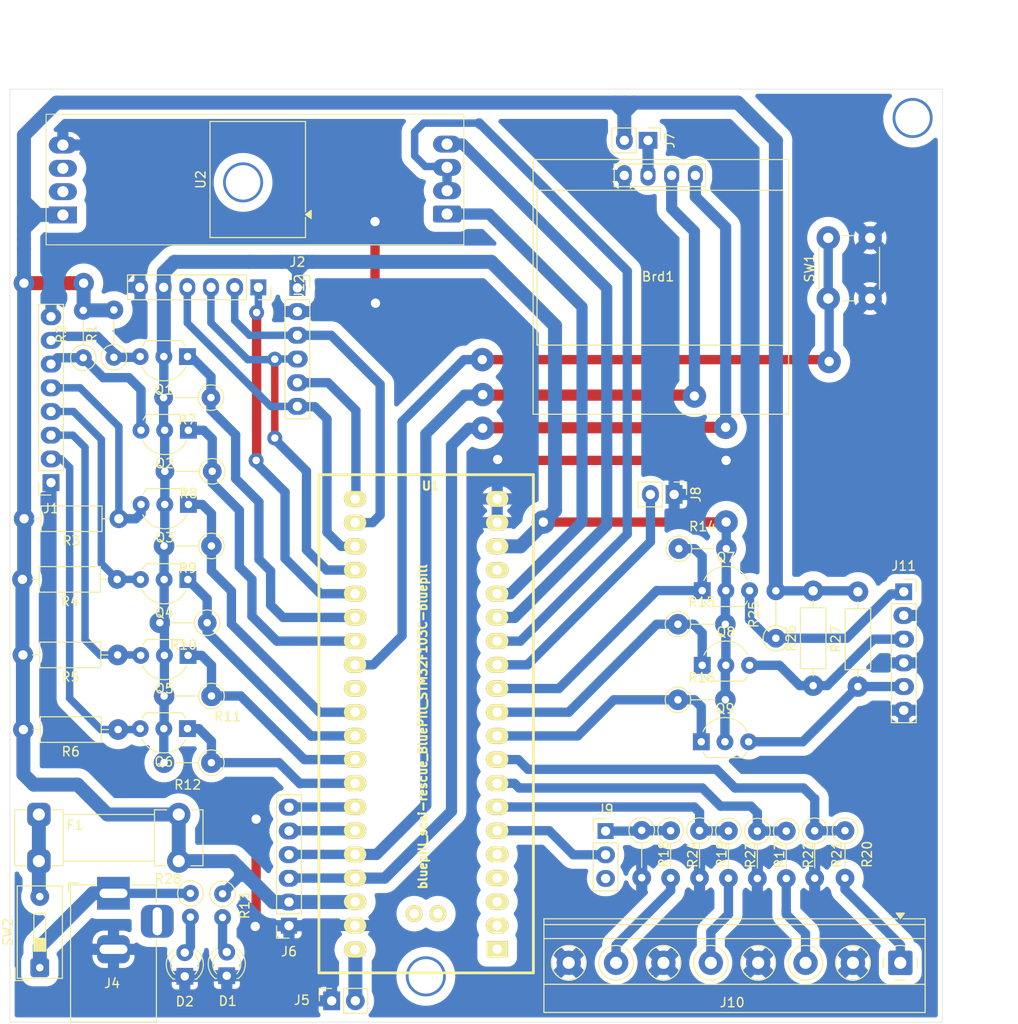
<source format=kicad_pcb>
(kicad_pcb (version 20241229) (generator "pcbnew") (generator_version "9.0")
  (layers (0 "F.Cu" signal) (2 "B.Cu" signal) (13 "F.Paste" user) (15 "B.Paste" user) (5 "F.SilkS" user "F.Silkscreen") (7 "B.SilkS" user "B.Silkscreen") (1 "F.Mask" user) (3 "B.Mask" user) (25 "Edge.Cuts" user))
  (net 0 "")
  (net 1 "GND1")
  (net 2 "+5V")
  (net 3 "SCL")
  (net 4 "SDD")
  (net 5 "+3.3V")
  (net 6 "SDA")
  (net 7 "CSB")
  (net 8 "AnalogIN4")
  (net 9 "RX1")
  (net 10 "TX1")
  (net 11 "SCL1")
  (net 12 "SDA1")
  (net 14 "DigitOUT1")
  (net 15 "PWMOUT1")
  (net 16 "PWMOUT2")
  (net 17 "DigitOUT2")
  (net 18 "DigitOUT3")
  (net 19 "DigitOUT4")
  (net 20 "DigitIN1")
  (net 21 "DigitIN2")
  (net 22 "DigitIN3")
  (net 23 "AnalogIN1")
  (net 24 "AnalogIN2")
  (net 25 "AnalogIN3")
  (net 26 "GPIOENABLE")
  (net 32 "CS2")
  (net 35 "RX3")
  (net 36 "TX3")
  (net 39 "PB0")
  (net 42 "Net-(D1-A)")
  (net 43 "Net-(J1-Pin_5)")
  (net 44 "Net-(J1-Pin_2)")
  (net 45 "Net-(J1-Pin_4)")
  (net 46 "Net-(J1-Pin_6)")
  (net 47 "Net-(J1-Pin_7)")
  (net 48 "Net-(J1-Pin_3)")
  (net 49 "Net-(J9-Pin_1)")
  (net 50 "Net-(J10-Pin_5)")
  (net 51 "Net-(J10-Pin_3)")
  (net 52 "Net-(J10-Pin_7)")
  (net 53 "Net-(J10-Pin_1)")
  (net 54 "Net-(J11-Pin_5)")
  (net 55 "Net-(J11-Pin_1)")
  (net 56 "BOTONOLED")
  (net 57 "Net-(Brd1-VCC)")
  (net 58 "Net-(J11-Pin_3)")
  (net 59 "Net-(J4-Pad1)")
  (net 60 "VCC3V3")
  (net 61 "Net-(F1-Pad1)")
  (net 62 "Net-(D2-A)")
  (footprint "Resistor_THT:R_Axial_DIN0207_L6.3mm_D2.5mm_P10.16mm_Horizontal" (layer "F.Cu") (at 182.835 115.89 90)
    (property "Reference" "R26")
    (property "Value" "10K")
  )
  (footprint "footprints:BluePill_STM32F103C" (layer "F.Cu") (at 148.95 144.0892 180)
    (property "Reference" "U1")
    (property "Value" "bluepill_scsi-rescue_BluePill_STM32F103C-bluepill")
  )
  (footprint "Resistor_THT:R_Axial_DIN0207_L6.3mm_D2.5mm_P2.54mm_Vertical" (layer "F.Cu") (at 119.5 138.2 -90)
    (property "Reference" "R13")
    (property "Value" "470")
  )
  (footprint "Resistor_THT:R_Axial_DIN0207_L6.3mm_D2.5mm_P5.08mm_Vertical" (layer "F.Cu") (at 117.85 109.15 180)
    (property "Reference" "R10")
    (property "Value" "10K")
  )
  (footprint "Resistor_THT:R_Axial_DIN0207_L6.3mm_D2.5mm_P5.08mm_Vertical" (layer "F.Cu") (at 104.563644 80.747689 90)
    (property "Reference" "R2")
    (property "Value" "10K")
  )
  (footprint "Button_Switch_THT:SW_PUSH_6mm_H5mm" (layer "F.Cu") (at 184.45 74.4 90)
    (property "Reference" "SW1")
    (property "Value" "SW_Push")
  )
  (footprint "footprints:128x64OLED" (layer "F.Cu") (at 166.2 71.8)
    (property "Reference" "Brd1")
    (property "Value" "SSD1306")
  )
  (footprint "Resistor_THT:R_Axial_DIN0207_L6.3mm_D2.5mm_P5.08mm_Vertical" (layer "F.Cu") (at 183 131.45 -90)
    (property "Reference" "R21")
    (property "Value" "10K")
  )
  (footprint "Resistor_THT:R_Axial_DIN0207_L6.3mm_D2.5mm_P5.08mm_Vertical" (layer "F.Cu") (at 168.335 109.31)
    (property "Reference" "R15")
    (property "Value" "10K")
  )
  (footprint "Resistor_THT:R_Axial_DIN0207_L6.3mm_D2.5mm_P10.16mm_Horizontal" (layer "F.Cu") (at 108.25 112.6 180)
    (property "Reference" "R5")
    (property "Value" "10K")
  )
  (footprint "LED_THT:LED_D3.0mm" (layer "F.Cu") (at 115.45 147.05 90)
    (property "Reference" "D2")
    (property "Value" "LED")
  )
  (footprint "Resistor_THT:R_Axial_DIN0207_L6.3mm_D2.5mm_P5.08mm_Vertical" (layer "F.Cu") (at 170.65 131.420509 -90)
    (property "Reference" "R19")
    (property "Value" "10K")
  )
  (footprint "Package_TO_SOT_THT:TO-92L_Inline_Wide" (layer "F.Cu") (at 170.935 113.71)
    (property "Reference" "Q8")
    (property "Value" "2N7000")
  )
  (footprint "Resistor_THT:R_Axial_DIN0207_L6.3mm_D2.5mm_P5.08mm_Vertical" (layer "F.Cu") (at 118.3 124.15 180)
    (property "Reference" "R12")
    (property "Value" "10K")
  )
  (footprint "Package_TO_SOT_THT:TO-92L_Inline_Wide" (layer "F.Cu") (at 115.740915 80.618652 180)
    (property "Reference" "Q1")
    (property "Value" "2N7000")
  )
  (footprint "Resistor_THT:R_Axial_DIN0207_L6.3mm_D2.5mm_P5.08mm_Vertical" (layer "F.Cu") (at 168.435 101.21)
    (property "Reference" "R14")
    (property "Value" "10K")
  )
  (footprint "Package_TO_SOT_THT:TO-92L_Inline_Wide" (layer "F.Cu") (at 170.835 121.91)
    (property "Reference" "Q9")
    (property "Value" "2N7000")
  )
  (footprint "Resistor_THT:R_Axial_DIN0207_L6.3mm_D2.5mm_P5.08mm_Vertical" (layer "F.Cu") (at 164.45 131.4 -90)
    (property "Reference" "R18")
    (property "Value" "10K")
  )
  (footprint "Button_Switch_THT:SW_DIP_SPSTx01_Slide_9.78x4.72mm_W7.62mm_P2.54mm" (layer "F.Cu") (at 99.9 146.12 90)
    (property "Reference" "SW2")
    (property "Value" "Start")
  )
  (footprint "Resistor_THT:R_Axial_DIN0207_L6.3mm_D2.5mm_P5.08mm_Vertical" (layer "F.Cu") (at 176.85 131.480509 -90)
    (property "Reference" "R17")
    (property "Value" "10K")
  )
  (footprint "Resistor_THT:R_Axial_DIN0207_L6.3mm_D2.5mm_P10.16mm_Horizontal" (layer "F.Cu") (at 108.2 104.5 180)
    (property "Reference" "R4")
    (property "Value" "10K")
  )
  (footprint "Resistor_THT:R_Axial_DIN0207_L6.3mm_D2.5mm_P5.08mm_Vertical" (layer "F.Cu") (at 178.835 110.81 90)
    (property "Reference" "R25")
    (property "Value" "10K")
  )
  (footprint "Connector_BarrelJack:BarrelJack_Horizontal" (layer "F.Cu") (at 107.8 138.15 90)
    (property "Reference" "J4")
    (property "Value" "Alimentacion 5V")
  )
  (footprint "Connector_PinSocket_2.54mm:PinSocket_1x06_P2.54mm_Vertical" (layer "F.Cu") (at 123.34 73.2 -90)
    (property "Reference" "J12")
    (property "Value" "Module SD")
  )
  (footprint "Package_TO_SOT_THT:TO-92L_Inline_Wide" (layer "F.Cu") (at 115.840915 96.468652 180)
    (property "Reference" "Q3")
    (property "Value" "2N7000")
  )
  (footprint "Resistor_THT:R_Axial_DIN0207_L6.3mm_D2.5mm_P5.08mm_Vertical" (layer "F.Cu") (at 168.335 117.41)
    (property "Reference" "R16")
    (property "Value" "10K")
  )
  (footprint "Package_TO_SOT_THT:TO-92L_Inline_Wide" (layer "F.Cu") (at 115.74 120.5 180)
    (property "Reference" "Q6")
    (property "Value" "2N7000")
  )
  (footprint "Connector_PinSocket_2.54mm:PinSocket_1x02_P2.54mm_Vertical" (layer "F.Cu") (at 131.2 149.675 90)
    (property "Reference" "J5")
    (property "Value" "Alimentacion 3.3V")
  )
  (footprint "Connector_PinSocket_2.54mm:PinSocket_1x06_P2.54mm_Vertical" (layer "F.Cu") (at 192.55 105.83)
    (property "Reference" "J11")
    (property "Value" "DigitalsIn")
  )
  (footprint "Resistor_THT:R_Axial_DIN0207_L6.3mm_D2.5mm_P5.08mm_Vertical" (layer "F.Cu") (at 173.75 131.460509 -90)
    (property "Reference" "R23")
    (property "Value" "5.1K")
  )
  (footprint "TerminalBlock_Phoenix:TerminalBlock_Phoenix_PTSM-0,5-4-2.5-H-THR_1x04_P2.50mm_Horizontal" (layer "F.Cu") (at 123.075 61.645 90)
    (property "Reference" "U2")
    (property "Value" "MAX485E")
  )
  (footprint "TerminalBlock_Phoenix:TerminalBlock_Phoenix_MKDS-1,5-8-5.08_1x08_P5.08mm_Horizontal" (layer "F.Cu") (at 192.18 145.6 180)
    (property "Reference" "J10")
    (property "Value" "AnalogsIn")
  )
  (footprint "Resistor_THT:R_Axial_DIN0207_L6.3mm_D2.5mm_P10.16mm_Horizontal" (layer "F.Cu") (at 108.3 120.6 180)
    (property "Reference" "R6")
    (property "Value" "10K")
  )
  (footprint "Resistor_THT:R_Axial_DIN0207_L6.3mm_D2.5mm_P10.16mm_Horizontal" (layer "F.Cu") (at 108.38 98 180)
    (property "Reference" "R3")
    (property "Value" "10K")
  )
  (footprint "Resistor_THT:R_Axial_DIN0207_L6.3mm_D2.5mm_P5.08mm_Vertical" (layer "F.Cu") (at 186.25 131.435 -90)
    (property "Reference" "R20")
    (property "Value" "5.1K")
  )
  (footprint "Resistor_THT:R_Axial_DIN0207_L6.3mm_D2.5mm_P5.08mm_Vertical" (layer "F.Cu") (at 118.305915 100.918652 180)
    (property "Reference" "R9")
    (property "Value" "10K")
  )
  (footprint "Resistor_THT:R_Axial_DIN0207_L6.3mm_D2.5mm_P5.08mm_Vertical" (layer "F.Cu") (at 118.315 117 180)
    (property "Reference" "R11")
    (property "Value" "10K")
  )
  (footprint "Package_TO_SOT_THT:TO-92L_Inline_Wide" (layer "F.Cu") (at 115.8 112.65 180)
    (property "Reference" "Q5")
    (property "Value" "2N7000")
  )
  (footprint "Package_TO_SOT_THT:TO-92L_Inline_Wide" (layer "F.Cu") (at 115.775915 104.518652 180)
    (property "Reference" "Q4")
    (property "Value" "2N7000")
  )
  (footprint "Connector_PinSocket_2.54mm:PinSocket_1x08_P2.54mm_Vertical" (layer "F.Cu") (at 101.1 94.13 180)
    (property "Reference" "J1")
    (property "Value" "Outputs")
  )
  (footprint "Resistor_THT:R_Axial_DIN0207_L6.3mm_D2.5mm_P10.16mm_Horizontal" (layer "F.Cu") (at 187.635 115.99 90)
    (property "Reference" "R27")
    (property "Value" "10K")
  )
  (footprint "Fuse:Fuseholder_Clip-5x20mm_Schurter_OG_Lateral_P15.00x5.00mm_D1.3mm_Horizontal" (layer "F.Cu") (at 99.8 129.7)
    (property "Reference" "F1")
    (property "Value" "Fuse_Small")
  )
  (footprint "Package_TO_SOT_THT:TO-92L_Inline_Wide" (layer "F.Cu") (at 170.935 105.71)
    (property "Reference" "Q7")
    (property "Value" "2N7000")
  )
  (footprint "Connector_PinSocket_2.54mm:PinSocket_1x06_P2.54mm_Vertical" (layer "F.Cu") (at 127.525 73.26)
    (property "Reference" "J2")
    (property "Value" "Sensor BMP280")
  )
  (footprint "Resistor_THT:R_Axial_DIN0207_L6.3mm_D2.5mm_P5.08mm_Vertical" (layer "F.Cu") (at 118.390915 92.918652 180)
    (property "Reference" "R8")
    (property "Value" "10K")
  )
  (footprint "Resistor_THT:R_Axial_DIN0207_L6.3mm_D2.5mm_P5.08mm_Vertical" (layer "F.Cu") (at 167.55 131.44 -90)
    (property "Reference" "R24")
    (property "Value" "5.1K")
  )
  (footprint "Connector_PinSocket_2.54mm:PinSocket_1x06_P2.54mm_Vertical" (layer "F.Cu") (at 126.625 141.625 180)
    (property "Reference" "J6")
    (property "Value" "UART I2C")
  )
  (footprint "Resistor_THT:R_Axial_DIN0207_L6.3mm_D2.5mm_P5.08mm_Vertical" (layer "F.Cu") (at 118.255915 85.018652 180)
    (property "Reference" "R7")
    (property "Value" "10K")
  )
  (footprint "Resistor_THT:R_Axial_DIN0207_L6.3mm_D2.5mm_P5.08mm_Vertical" (layer "F.Cu") (at 107.846999 80.701598 90)
    (property "Reference" "R1")
    (property "Value" "10K")
  )
  (footprint "Package_TO_SOT_THT:TO-92L_Inline_Wide" (layer "F.Cu") (at 115.830915 88.518652 180)
    (property "Reference" "Q2")
    (property "Value" "2N7000")
  )
  (footprint "Connector_PinHeader_2.54mm:PinHeader_1x03_P2.54mm_Vertical" (layer "F.Cu") (at 160.575 131.48)
    (property "Reference" "J9")
    (property "Value" "Conn_01x03")
  )
  (footprint "Resistor_THT:R_Axial_DIN0207_L6.3mm_D2.5mm_P5.08mm_Vertical" (layer "F.Cu") (at 179.95 131.480509 -90)
    (property "Reference" "R22")
    (property "Value" "5.1K")
  )
  (footprint "LED_THT:LED_D3.0mm" (layer "F.Cu") (at 119.95 146.99 90)
    (property "Reference" "D1")
    (property "Value" "LED")
  )
  (footprint "Connector_PinHeader_2.54mm:PinHeader_1x02_P2.54mm_Vertical" (layer "F.Cu") (at 167.925 95.4 -90)
    (property "Reference" "J8")
    (property "Value" "Jumper UART")
  )
  (footprint "Connector_PinHeader_2.54mm:PinHeader_1x02_P2.54mm_Vertical" (layer "F.Cu") (at 165.125 57.45 -90)
    (property "Reference" "J7")
    (property "Value" "Jumper OLED")
  )
  (footprint "Resistor_THT:R_Axial_DIN0207_L6.3mm_D2.5mm_P2.54mm_Vertical" (layer "F.Cu") (at 116.05 138.155 -90)
    (property "Reference" "R28")
    (property "Value" "470")
  )
  (gr_circle (center 121.7 61.95) (end 123.7 61.95) (stroke (width 0.3)) (fill no) (layer "B.Cu"))
  (gr_circle (center 141.3 147.05) (end 143.3 147.05) (stroke (width 0.3)) (fill no) (layer "B.Cu"))
  (gr_circle (center 193.5 55.05) (end 195.5 55.05) (stroke (width 0.3)) (fill no) (layer "B.Cu"))
  (gr_rect (start 96.7 51.95) (end 196.7 151.95) (stroke (width 0.05)) (fill no) (layer "Edge.Cuts"))
  (segment (start 173.5 91.75) (end 149.1 91.75) (width 1) (layer "F.Cu") (net 1))
  (segment (start 123.1 141.6) (end 123 141.7) (width 1) (layer "F.Cu") (net 1))
  (segment (start 135.85 66.15) (end 135.85 74.85) (width 1) (layer "F.Cu") (net 1))
  (segment (start 135.85 74.85) (end 135.9 74.9) (width 1) (layer "F.Cu") (net 1))
  (segment (start 149.1 91.75) (end 149 91.65) (width 1) (layer "F.Cu") (net 1))
  (segment (start 123.1 130.2) (end 123.1 141.6) (width 1) (layer "F.Cu") (net 1))
  (via (at 173.5 91.75) (size 2.5) (drill 1) (layers "F.Cu" "B.Cu") (net 1))
  (via (at 149 91.65) (size 2.5) (drill 1) (layers "F.Cu" "B.Cu") (net 1))
  (via (at 135.9 74.9) (size 2.5) (drill 1) (layers "F.Cu" "B.Cu") (net 1))
  (via (at 123.1 130.2) (size 3) (drill 1) (layers "F.Cu" "B.Cu") (net 1))
  (via (at 135.85 66.15) (size 2.5) (drill 1) (layers "F.Cu" "B.Cu") (net 1))
  (via (at 123 141.7) (size 3) (drill 1) (layers "F.Cu" "B.Cu") (net 1))
  (segment (start 148.95 95.88) (end 148.95 91.7) (width 1) (layer "B.Cu") (net 1))
  (segment (start 148.95 91.7) (end 149 91.65) (width 1) (layer "B.Cu") (net 1))
  (segment (start 98.2 72.75) (end 104.6 72.75) (width 1.5) (layer "F.Cu") (net 2))
  (via (at 104.6 72.75) (size 2.2) (drill 1) (layers "F.Cu" "B.Cu") (net 2))
  (via (at 98.2 72.75) (size 2.2) (drill 1) (layers "F.Cu" "B.Cu") (net 2))
  (segment (start 124.935 139.085) (end 122.275 136.425) (width 1.5) (layer "B.Cu") (net 2))
  (segment (start 178.85 57.5) (end 178.835 57.515) (width 1.5) (layer "B.Cu") (net 2))
  (segment (start 98.2 68.05) (end 98.2 67.15) (width 1.5) (layer "B.Cu") (net 2))
  (segment (start 162.585 54.465) (end 163.65 53.4) (width 1.5) (layer "B.Cu") (net 2))
  (segment (start 104.563644 75.667689) (end 107.800908 75.667689) (width 1.5) (layer "B.Cu") (net 2))
  (segment (start 178.835 57.515) (end 178.835 105.73) (width 1.5) (layer "B.Cu") (net 2))
  (segment (start 101.7 53.4) (end 98.2 56.9) (width 1.5) (layer "B.Cu") (net 2))
  (segment (start 98.2 65.75) (end 98.2 67.15) (width 1.5) (layer "B.Cu") (net 2))
  (segment (start 98.2 64) (end 98.255 64) (width 1.5) (layer "B.Cu") (net 2))
  (segment (start 126.625 139.085) (end 133.685 139.085) (width 1.5) (layer "B.Cu") (net 2))
  (segment (start 182.835 105.73) (end 187.535 105.73) (width 1) (layer "B.Cu") (net 2))
  (segment (start 120.9 136.8) (end 121.2 136.5) (width 1) (layer "B.Cu") (net 2))
  (segment (start 120.55 134.7) (end 117.5 134.7) (width 1.5) (layer "B.Cu") (net 2))
  (segment (start 162.65 53.4) (end 162.585 53.465) (width 1.5) (layer "B.Cu") (net 2))
  (segment (start 104.6 72.75) (end 104.6 75.631333) (width 1.5) (layer "B.Cu") (net 2))
  (segment (start 99.25 126.5) (end 103.95 126.5) (width 1.5) (layer "B.Cu") (net 2))
  (segment (start 98.2 65.75) (end 98.505 65.445) (width 1.5) (layer "B.Cu") (net 2))
  (segment (start 187.535 105.73) (end 187.635 105.83) (width 1) (layer "B.Cu") (net 2))
  (segment (start 162.585 54.55) (end 162.585 54.435) (width 1.5) (layer "B.Cu") (net 2))
  (segment (start 119.5 138.2) (end 120.9 136.8) (width 1) (layer "B.Cu") (net 2))
  (segment (start 98.04 112.55) (end 98.09 112.6) (width 1.5) (layer "B.Cu") (net 2))
  (segment (start 122.275 136.425) (end 121.2 135.35) (width 1.5) (layer "B.Cu") (net 2))
  (segment (start 98.2 66.945) (end 99.7 65.445) (width 1.5) (layer "B.Cu") (net 2))
  (segment (start 98.2 69.05) (end 98.2 68.05) (width 1.5) (layer "B.Cu") (net 2))
  (segment (start 162.585 53.465) (end 162.585 54.55) (width 1.5) (layer "B.Cu") (net 2))
  (segment (start 103.95 126.5) (end 107.15 129.7) (width 1.5) (layer "B.Cu") (net 2))
  (segment (start 98.2 67.15) (end 98.2 66.945) (width 1.5) (layer "B.Cu") (net 2))
  (segment (start 98.14 120.6) (end 98.14 125.39) (width 1.5) (layer "B.Cu") (net 2))
  (segment (start 98.2 56.9) (end 98.2 64) (width 1.5) (layer "B.Cu") (net 2))
  (segment (start 133.71 139.06) (end 133.67 139.1) (width 1.2) (layer "B.Cu") (net 2))
  (segment (start 98.14 125.39) (end 99.25 126.5) (width 1.5) (layer "B.Cu") (net 2))
  (segment (start 117.4 134.8) (end 117.5 134.7) (width 1) (layer "B.Cu") (net 2))
  (segment (start 116.651 134.901) (end 116.651 134.7) (width 1) (layer "B.Cu") (net 2))
  (segment (start 98.22 72.77) (end 98.2 72.75) (width 1.5) (layer "B.Cu") (net 2))
  (segment (start 162.585 54.55) (end 162.585 54.465) (width 1.5) (layer "B.Cu") (net 2))
  (segment (start 107.800908 75.667689) (end 107.846999 75.621598) (width 1.5) (layer "B.Cu") (net 2))
  (segment (start 107.15 129.7) (end 114.8 129.7) (width 1.5) (layer "B.Cu") (net 2))
  (segment (start 98.25 68.1) (end 98.2 68.05) (width 1) (layer "B.Cu") (net 2))
  (segment (start 162.585 54.55) (end 162.585 57.45) (width 1.5) (layer "B.Cu") (net 2))
  (segment (start 98.04 104.5) (end 98.04 112.55) (width 1.5) (layer "B.Cu") (net 2))
  (segment (start 121.2 136.5) (end 121.2 135.35) (width 1) (layer "B.Cu") (net 2))
  (segment (start 121.275 136.425) (end 122.275 136.425) (width 1) (layer "B.Cu") (net 2))
  (segment (start 98.255 64) (end 99.7 65.445) (width 1.5) (layer "B.Cu") (net 2))
  (segment (start 104.6 75.631333) (end 104.563644 75.667689) (width 1.5) (layer "B.Cu") (net 2))
  (segment (start 162.585 54.435) (end 161.55 53.4) (width 1.5) (layer "B.Cu") (net 2))
  (segment (start 98.22 104.32) (end 98.04 104.5) (width 1.5) (layer "B.Cu") (net 2))
  (segment (start 98.22 98) (end 98.22 104.32) (width 1.5) (layer "B.Cu") (net 2))
  (segment (start 98.09 112.6) (end 98.09 120.55) (width 1.5) (layer "B.Cu") (net 2))
  (segment (start 174.75 53.4) (end 178.85 57.5) (width 1.5) (layer "B.Cu") (net 2))
  (segment (start 162.65 53.4) (end 163.65 53.4) (width 1.5) (layer "B.Cu") (net 2))
  (segment (start 182.835 105.73) (end 178.835 105.73) (width 1) (layer "B.Cu") (net 2))
  (segment (start 124.935 139.085) (end 126.625 139.085) (width 1.5) (layer "B.Cu") (net 2))
  (segment (start 98.505 65.445) (end 99.7 65.445) (width 1.5) (layer "B.Cu") (net 2))
  (segment (start 101.7 53.4) (end 161.55 53.4) (width 1.5) (layer "B.Cu") (net 2))
  (segment (start 163.65 53.4) (end 174.75 53.4) (width 1.5) (layer "B.Cu") (net 2))
  (segment (start 120.9 136.8) (end 121.275 136.425) (width 1) (layer "B.Cu") (net 2))
  (segment (start 161.55 53.4) (end 162.65 53.4) (width 1.5) (layer "B.Cu") (net 2))
  (segment (start 98.2 72.75) (end 98.2 69.05) (width 1.5) (layer "B.Cu") (net 2))
  (segment (start 99.7 65.445) (end 102.575 65.445) (width 1.5) (layer "B.Cu") (net 2))
  (segment (start 98.22 98) (end 98.22 72.77) (width 1.5) (layer "B.Cu") (net 2))
  (segment (start 98.09 120.55) (end 98.14 120.6) (width 1.5) (layer "B.Cu") (net 2))
  (segment (start 117.5 134.7) (end 114.8 134.7) (width 1.5) (layer "B.Cu") (net 2))
  (segment (start 121.2 135.35) (end 120.55 134.7) (width 1.5) (layer "B.Cu") (net 2))
  (segment (start 133.685 139.085) (end 133.71 139.06) (width 1.5) (layer "B.Cu") (net 2))
  (segment (start 114.8 129.7) (end 114.8 134.7) (width 1.5) (layer "B.Cu") (net 2))
  (segment (start 98.2 64) (end 98.2 65.75) (width 1.5) (layer "B.Cu") (net 2))
  (segment (start 122.39 78.34) (end 127.525 78.34) (width 0.8) (layer "B.Cu") (net 3))
  (segment (start 136.4 97.6) (end 136.4 83.6) (width 1) (layer "B.Cu") (net 3))
  (segment (start 133.71 98.42) (end 135.58 98.42) (width 1) (layer "B.Cu") (net 3))
  (segment (start 135.58 98.42) (end 136.4 97.6) (width 1) (layer "B.Cu") (net 3))
  (segment (start 136.4 83.6) (end 131.14 78.34) (width 1) (layer "B.Cu") (net 3))
  (segment (start 120.8 76.75) (end 122.39 78.34) (width 0.8) (layer "B.Cu") (net 3))
  (segment (start 131.14 78.34) (end 127.525 78.34) (width 1) (layer "B.Cu") (net 3))
  (segment (start 120.8 73.2) (end 120.8 76.75) (width 0.8) (layer "B.Cu") (net 3))
  (segment (start 130.7 87.3) (end 129.4 86) (width 1) (layer "B.Cu") (net 4))
  (segment (start 127.525 85.96) (end 124.66 85.96) (width 0.8) (layer "B.Cu") (net 4))
  (segment (start 130.7 99.45) (end 130.7 87.3) (width 1) (layer "B.Cu") (net 4))
  (segment (start 124.66 85.96) (end 115.72 77.02) (width 0.8) (layer "B.Cu") (net 4))
  (segment (start 129.4 86) (end 127.565 86) (width 1) (layer "B.Cu") (net 4))
  (segment (start 133.71 100.96) (end 132.21 100.96) (width 1) (layer "B.Cu") (net 4))
  (segment (start 115.72 77.02) (end 115.72 73.2) (width 0.8) (layer "B.Cu") (net 4))
  (segment (start 127.565 86) (end 127.525 85.96) (width 1) (layer "B.Cu") (net 4))
  (segment (start 132.21 100.96) (end 130.7 99.45) (width 1) (layer "B.Cu") (net 4))
  (segment (start 171.55 98.36) (end 171.56 98.35) (width 1) (layer "F.Cu") (net 5))
  (segment (start 171.56 98.35) (end 173.5 98.35) (width 1) (layer "F.Cu") (net 5))
  (segment (start 153.9 98.36) (end 171.55 98.36) (width 1) (layer "F.Cu") (net 5))
  (via (at 153.9 98.36) (size 2.5) (drill 1) (layers "F.Cu" "B.Cu") (net 5))
  (via (at 173.5 98.35) (size 2.5) (drill 1) (layers "F.Cu" "B.Cu") (net 5))
  (segment (start 153.9 98.36) (end 153.9 98.5) (width 1.5) (layer "B.Cu") (net 5))
  (segment (start 113.26 112.65) (end 113.26 116.975) (width 1) (layer "B.Cu") (net 5))
  (segment (start 173.415 113.77) (end 173.475 113.71) (width 1) (layer "B.Cu") (net 5))
  (segment (start 113.175915 85.018652) (end 113.175915 88.403652) (width 1) (layer "B.Cu") (net 5))
  (segment (start 173.415 105.77) (end 173.475 105.71) (width 1) (layer "B.Cu") (net 5))
  (segment (start 173.515 101.21) (end 173.515 105.67) (width 1) (layer "B.Cu") (net 5))
  (segment (start 128.6 70.47) (end 127.2 70.47) (width 1.5) (layer "B.Cu") (net 5))
  (segment (start 113.260915 112.649085) (end 113.26 112.65) (width 1) (layer "B.Cu") (net 5))
  (segment (start 148.32 70.47) (end 129.1 70.47) (width 1.5) (layer "B.Cu") (net 5))
  (segment (start 114.33 70.47) (end 113.200915 71.599085) (width 1.5) (layer "B.Cu") (net 5))
  (segment (start 127.525 70.795) (end 127.2 70.47) (width 1.2) (layer "B.Cu") (net 5))
  (segment (start 113.310915 96.458652) (end 113.300915 96.468652) (width 1) (layer "B.Cu") (net 5))
  (segment (start 173.375 121.91) (end 173.375 117.45) (width 1) (layer "B.Cu") (net 5))
  (segment (start 113.2 124.535) (end 113.17 124.505) (width 1) (layer "B.Cu") (net 5))
  (segment (start 113.175915 88.403652) (end 113.290915 88.518652) (width 1) (layer "B.Cu") (net 5))
  (segment (start 127.525 73.26) (end 127.525 71.6) (width 1.2) (layer "B.Cu") (net 5))
  (segment (start 151.44 100.96) (end 148.95 100.96) (width 1.5) (layer "B.Cu") (net 5))
  (segment (start 173.515 105.67) (end 173.475 105.71) (width 1) (layer "B.Cu") (net 5))
  (segment (start 173.415 117.41) (end 173.415 113.77) (width 1) (layer "B.Cu") (net 5))
  (segment (start 127.675 73.225) (end 127.525 73.375) (width 1.5) (layer "B.Cu") (net 5))
  (segment (start 113.200915 71.599085) (end 113.200915 80.618652) (width 1.5) (layer "B.Cu") (net 5))
  (segment (start 173.475 113.71) (end 173.475 109.37) (width 1) (layer "B.Cu") (net 5))
  (segment (start 113.17 124.505) (end 113.17 124.2) (width 1) (layer "B.Cu") (net 5))
  (segment (start 113.235 117) (end 113.235 120.465) (width 1) (layer "B.Cu") (net 5))
  (segment (start 113.290915 92.898652) (end 113.310915 92.918652) (width 1) (layer "B.Cu") (net 5))
  (segment (start 127.2 70.47) (end 126.5 70.47) (width 1.5) (layer "B.Cu") (net 5))
  (segment (start 113.26 116.975) (end 113.235 117) (width 1) (layer "B.Cu") (net 5))
  (segment (start 113.235915 109.143652) (end 113.229567 109.15) (width 1) (layer "B.Cu") (net 5))
  (segment (start 113.310915 92.918652) (end 113.310915 96.458652) (width 1) (layer "B.Cu") (net 5))
  (segment (start 113.17 124.2) (end 113.22 124.15) (width 1) (layer "B.Cu") (net 5))
  (segment (start 113.300915 100.843652) (end 113.225915 100.918652) (width 1) (layer "B.Cu") (net 5))
  (segment (start 173.515 101.21) (end 173.515 98.365) (width 1) (layer "B.Cu") (net 5))
  (segment (start 173.375 117.45) (end 173.415 117.41) (width 1) (layer "B.Cu") (net 5))
  (segment (start 155.15 97.11) (end 155.15 77.3) (width 1.5) (layer "B.Cu") (net 5))
  (segment (start 153.91 98.35) (end 155.15 97.11) (width 1.5) (layer "B.Cu") (net 5))
  (segment (start 113.26 112.65) (end 113.26 109.64) (width 1) (layer "B.Cu") (net 5))
  (segment (start 173.475 109.37) (end 173.415 109.31) (width 1) (layer "B.Cu") (net 5))
  (segment (start 113.225915 104.508652) (end 113.235915 104.518652) (width 1) (layer "B.Cu") (net 5))
  (segment (start 113.290915 88.518652) (end 113.290915 92.898652) (width 1) (layer "B.Cu") (net 5))
  (segment (start 113.235 120.465) (end 113.2 120.5) (width 1) (layer "B.Cu") (net 5))
  (segment (start 127.525 71.6) (end 127.525 70.795) (width 1.2) (layer "B.Cu") (net 5))
  (segment (start 127.525 71.6) (end 127.525 71.495) (width 1.2) (layer "B.Cu") (net 5))
  (segment (start 173.515 98.365) (end 173.5 98.35) (width 1) (layer "B.Cu") (net 5))
  (segment (start 113.200915 80.618652) (end 113.200915 84.993652) (width 1) (layer "B.Cu") (net 5))
  (segment (start 113.26 109.64) (end 112.77 109.15) (width 1) (layer "B.Cu") (net 5))
  (segment (start 153.9 98.5) (end 151.44 100.96) (width 1.5) (layer "B.Cu") (net 5))
  (segment (start 126.5 70.47) (end 125.85 70.47) (width 1.5) (layer "B.Cu") (net 5))
  (segment (start 122.4 70.47) (end 114.33 70.47) (width 1.5) (layer "B.Cu") (net 5))
  (segment (start 113.200915 84.993652) (end 113.175915 85.018652) (width 1) (layer "B.Cu") (net 5))
  (segment (start 113.2 120.5) (end 113.2 124.13) (width 1) (layer "B.Cu") (net 5))
  (segment (start 127.525 71.495) (end 126.5 70.47) (width 1.2) (layer "B.Cu") (net 5))
  (segment (start 125.85 70.47) (end 122.4 70.47) (width 1.5) (layer "B.Cu") (net 5))
  (segment (start 113.225915 100.918652) (end 113.225915 104.508652) (width 1) (layer "B.Cu") (net 5))
  (segment (start 127.525 71.6) (end 127.525 71.545) (width 1.2) (layer "B.Cu") (net 5))
  (segment (start 113.235915 108.684085) (end 112.77 109.15) (width 1) (layer "B.Cu") (net 5))
  (segment (start 113.235915 104.518652) (end 113.235915 108.684085) (width 1) (layer "B.Cu") (net 5))
  (segment (start 173.415 109.31) (end 173.415 105.77) (width 1) (layer "B.Cu") (net 5))
  (segment (start 113.2 124.13) (end 113.22 124.15) (width 1) (layer "B.Cu") (net 5))
  (segment (start 153.9 98.36) (end 153.89 98.35) (width 1) (layer "B.Cu") (net 5))
  (segment (start 127.525 71.545) (end 128.6 70.47) (width 1.2) (layer "B.Cu") (net 5))
  (segment (start 155.15 77.3) (end 148.32 70.47) (width 1.5) (layer "B.Cu") (net 5))
  (segment (start 129.1 70.47) (end 128.6 70.47) (width 1.5) (layer "B.Cu") (net 5))
  (segment (start 113.300915 96.468652) (end 113.300915 100.843652) (width 1) (layer "B.Cu") (net 5))
  (segment (start 113.229567 109.15) (end 112.77 109.15) (width 1) (layer "B.Cu") (net 5))
  (segment (start 125.1 80.9) (end 125.1 89.35) (width 0.8) (layer "F.Cu") (net 6))
  (via (at 125.1 80.9) (size 1.6) (drill 0.8) (layers "F.Cu" "B.Cu") (net 6))
  (via (at 125.1 89.35) (size 1.6) (drill 0.8) (layers "F.Cu" "B.Cu") (net 6))
  (segment (start 125.1 89.5) (end 128.5 92.9) (width 1) (layer "B.Cu") (net 6))
  (segment (start 127.525 80.88) (end 125.12 80.88) (width 0.8) (layer "B.Cu") (net 6))
  (segment (start 125.1 89.35) (end 125.1 89.5) (width 1) (layer "B.Cu") (net 6))
  (segment (start 128.5 101.35) (end 130.65 103.5) (width 1) (layer "B.Cu") (net 6))
  (segment (start 130.65 103.5) (end 133.71 103.5) (width 1) (layer "B.Cu") (net 6))
  (segment (start 118.25 77) (end 122.2 80.95) (width 0.8) (layer "B.Cu") (net 6))
  (segment (start 128.5 92.9) (end 128.5 101.35) (width 1) (layer "B.Cu") (net 6))
  (segment (start 122.2 80.95) (end 125.05 80.95) (width 0.8) (layer "B.Cu") (net 6))
  (segment (start 125.12 80.88) (end 125.1 80.9) (width 0.8) (layer "B.Cu") (net 6))
  (segment (start 118.26 73.2) (end 118.25 73.21) (width 0.8) (layer "B.Cu") (net 6))
  (segment (start 118.25 73.21) (end 118.25 77) (width 0.8) (layer "B.Cu") (net 6))
  (segment (start 125.05 80.95) (end 125.1 80.9) (width 0.8) (layer "B.Cu") (net 6))
  (segment (start 133.8 86.4) (end 130.82 83.42) (width 1) (layer "B.Cu") (net 7))
  (segment (start 133.71 95.88) (end 133.8 95.79) (width 1) (layer "B.Cu") (net 7))
  (segment (start 133.8 95.79) (end 133.8 86.4) (width 1) (layer "B.Cu") (net 7))
  (segment (start 130.82 83.42) (end 127.525 83.42) (width 1) (layer "B.Cu") (net 7))
  (segment (start 160.575 134.02) (end 157.11 134.02) (width 1) (layer "B.Cu") (net 8))
  (segment (start 154.53 131.44) (end 148.95 131.44) (width 1) (layer "B.Cu") (net 8))
  (segment (start 157.11 134.02) (end 154.53 131.44) (width 1) (layer "B.Cu") (net 8))
  (segment (start 133.66 131.49) (end 133.71 131.44) (width 1.2) (layer "B.Cu") (net 9))
  (segment (start 127.2 131.44) (end 127.175 131.465) (width 1) (layer "B.Cu") (net 9))
  (segment (start 133.67 131.48) (end 133.71 131.44) (width 1) (layer "B.Cu") (net 9))
  (segment (start 133.71 131.44) (end 126.65 131.44) (width 1) (layer "B.Cu") (net 9))
  (segment (start 126.65 131.44) (end 126.625 131.465) (width 1) (layer "B.Cu") (net 9))
  (segment (start 133.66 128.95) (end 133.71 128.9) (width 1.2) (layer "B.Cu") (net 10))
  (segment (start 126.65 128.9) (end 126.625 128.925) (width 1) (layer "B.Cu") (net 10))
  (segment (start 133.67 128.94) (end 133.71 128.9) (width 1) (layer "B.Cu") (net 10))
  (segment (start 127.2 128.9) (end 127.175 128.925) (width 1) (layer "B.Cu") (net 10))
  (segment (start 133.71 128.9) (end 126.65 128.9) (width 1) (layer "B.Cu") (net 10))
  (segment (start 147.45 84.75) (end 170 84.75) (width 1.2) (layer "F.Cu") (net 11))
  (segment (start 170 84.75) (end 170.1 84.85) (width 1) (layer "F.Cu") (net 11))
  (segment (start 147.4 84.7) (end 148.9 84.7) (width 1) (layer "F.Cu") (net 11))
  (segment (start 147.4 84.7) (end 147.45 84.75) (width 1.2) (layer "F.Cu") (net 11))
  (via (at 147.4 84.7) (size 2.5) (drill 1) (layers "F.Cu" "B.Cu") (net 11))
  (via (at 170.1 84.85) (size 2.5) (drill 1) (layers "F.Cu" "B.Cu") (net 11))
  (segment (start 133.71 133.98) (end 126.65 133.98) (width 1) (layer "B.Cu") (net 11))
  (segment (start 136.02 133.98) (end 133.71 133.98) (width 1.2) (layer "B.Cu") (net 11))
  (segment (start 147.35 84.75) (end 147.4 84.7) (width 1.2) (layer "B.Cu") (net 11))
  (segment (start 141.3 128.7) (end 136.02 133.98) (width 1.2) (layer "B.Cu") (net 11))
  (segment (start 145.45 84.75) (end 147.35 84.75) (width 1.2) (layer "B.Cu") (net 11))
  (segment (start 141.3 88.9) (end 141.3 128.7) (width 1.2) (layer "B.Cu") (net 11))
  (segment (start 145.45 84.75) (end 141.3 88.9) (width 1.2) (layer "B.Cu") (net 11))
  (segment (start 133.685 134.005) (end 133.71 133.98) (width 1) (layer "B.Cu") (net 11))
  (segment (start 170.1 84.85) (end 170.1 67.2) (width 1.2) (layer "B.Cu") (net 11))
  (segment (start 126.65 133.98) (end 126.625 134.005) (width 1) (layer "B.Cu") (net 11))
  (segment (start 133.64 134.05) (end 133.71 133.98) (width 1) (layer "B.Cu") (net 11))
  (segment (start 167.66 64.76) (end 167.66 61.2) (width 1.2) (layer "B.Cu") (net 11))
  (segment (start 170.1 67.2) (end 167.66 64.76) (width 1.2) (layer "B.Cu") (net 11))
  (segment (start 169.85 88.25) (end 169.9 88.2) (width 1.2) (layer "F.Cu") (net 12))
  (segment (start 147.45 88.25) (end 169.85 88.25) (width 1.2) (layer "F.Cu") (net 12))
  (segment (start 169.9 88.2) (end 173.45 88.2) (width 1.2) (layer "F.Cu") (net 12))
  (segment (start 147.4 88.3) (end 147.45 88.25) (width 1.2) (layer "F.Cu") (net 12))
  (via (at 173.45 88.2) (size 2.5) (drill 1) (layers "F.Cu" "B.Cu") (net 12))
  (via (at 147.4 88.3) (size 2.5) (drill 1) (layers "F.Cu" "B.Cu") (net 12))
  (segment (start 144.05 129.35) (end 136.88 136.52) (width 1.2) (layer "B.Cu") (net 12))
  (segment (start 133.685 136.545) (end 133.71 136.52) (width 1) (layer "B.Cu") (net 12))
  (segment (start 147.4 88.3) (end 145.9 88.3) (width 1.2) (layer "B.Cu") (net 12))
  (segment (start 173.45 88.2) (end 173.45 66.75) (width 1.2) (layer "B.Cu") (net 12))
  (segment (start 136.88 136.52) (end 133.71 136.52) (width 1.2) (layer "B.Cu") (net 12))
  (segment (start 173.45 66.75) (end 170.2 63.5) (width 1.2) (layer "B.Cu") (net 12))
  (segment (start 145.9 88.3) (end 144.05 90.15) (width 1.2) (layer "B.Cu") (net 12))
  (segment (start 170.2 63.5) (end 170.2 61.2) (width 1.2) (layer "B.Cu") (net 12))
  (segment (start 144.05 90.15) (end 144.05 129.35) (width 1.2) (layer "B.Cu") (net 12))
  (segment (start 133.71 136.52) (end 126.65 136.52) (width 1) (layer "B.Cu") (net 12))
  (segment (start 126.65 136.52) (end 126.625 136.545) (width 1) (layer "B.Cu") (net 12))
  (segment (start 129.9 118.75) (end 129.91 118.74) (width 1) (layer "B.Cu") (net 14))
  (segment (start 118.305915 100.918652) (end 118.305915 103.605915) (width 1) (layer "B.Cu") (net 14))
  (segment (start 129.91 118.74) (end 133.71 118.74) (width 1) (layer "B.Cu") (net 14))
  (segment (start 118.305915 97.455915) (end 117.318652 96.468652) (width 1) (layer "B.Cu") (net 14))
  (segment (start 118.305915 103.605915) (end 120.45 105.75) (width 1) (layer "B.Cu") (net 14))
  (segment (start 118.305915 100.918652) (end 118.305915 97.455915) (width 1) (layer "B.Cu") (net 14))
  (segment (start 120.45 105.75) (end 120.45 109.3) (width 1) (layer "B.Cu") (net 14))
  (segment (start 117.318652 96.468652) (end 115.840915 96.468652) (width 1) (layer "B.Cu") (net 14))
  (segment (start 120.45 109.3) (end 129.9 118.75) (width 1) (layer "B.Cu") (net 14))
  (segment (start 116.118652 80.618652) (end 115.740915 80.618652) (width 1) (layer "B.Cu") (net 15))
  (segment (start 120.9 93.7) (end 123.4 96.2) (width 1) (layer "B.Cu") (net 15))
  (segment (start 124.65 103.6) (end 124.65 107.25) (width 1) (layer "B.Cu") (net 15))
  (segment (start 123.4 96.2) (end 123.4 102.35) (width 1) (layer "B.Cu") (net 15))
  (segment (start 118.255915 85.018652) (end 118.255915 82.755915) (width 1) (layer "B.Cu") (net 15))
  (segment (start 125.98 108.58) (end 133.71 108.58) (width 1) (layer "B.Cu") (net 15))
  (segment (start 118.255915 85.018652) (end 118.255915 86.355915) (width 1) (layer "B.Cu") (net 15))
  (segment (start 124.65 107.25) (end 125.98 108.58) (width 1) (layer "B.Cu") (net 15))
  (segment (start 123.4 102.35) (end 124.65 103.6) (width 1) (layer "B.Cu") (net 15))
  (segment (start 118.255915 82.755915) (end 116.118652 80.618652) (width 1) (layer "B.Cu") (net 15))
  (segment (start 120.9 89) (end 120.9 93.7) (width 1) (layer "B.Cu") (net 15))
  (segment (start 118.255915 86.355915) (end 120.9 89) (width 1) (layer "B.Cu") (net 15))
  (segment (start 118.390915 94.190915) (end 121.3 97.1) (width 1) (layer "B.Cu") (net 16))
  (segment (start 118.390915 89.440915) (end 118.390915 92.918652) (width 1) (layer "B.Cu") (net 16))
  (segment (start 115.830915 88.518652) (end 117.468652 88.518652) (width 1) (layer "B.Cu") (net 16))
  (segment (start 121.3 103.15) (end 122.65 104.5) (width 1) (layer "B.Cu") (net 16))
  (segment (start 118.390915 92.918652) (end 118.390915 94.190915) (width 1) (layer "B.Cu") (net 16))
  (segment (start 121.3 97.1) (end 121.3 103.15) (width 1) (layer "B.Cu") (net 16))
  (segment (start 125.32 111.12) (end 133.71 111.12) (width 1) (layer "B.Cu") (net 16))
  (segment (start 117.468652 88.518652) (end 118.390915 89.440915) (width 1) (layer "B.Cu") (net 16))
  (segment (start 122.65 108.45) (end 125.32 111.12) (width 1) (layer "B.Cu") (net 16))
  (segment (start 122.65 104.5) (end 122.65 108.45) (width 1) (layer "B.Cu") (net 16))
  (segment (start 117.85 106.592737) (end 115.775915 104.518652) (width 1) (layer "B.Cu") (net 17))
  (segment (start 129.4 121.3) (end 129.42 121.28) (width 1) (layer "B.Cu") (net 17))
  (segment (start 117.85 109.15) (end 117.85 106.592737) (width 1) (layer "B.Cu") (net 17))
  (segment (start 117.85 109.15) (end 117.85 110.15) (width 1) (layer "B.Cu") (net 17))
  (segment (start 129.42 121.28) (end 133.71 121.28) (width 1) (layer "B.Cu") (net 17))
  (segment (start 117.85 110.15) (end 129 121.3) (width 1) (layer "B.Cu") (net 17))
  (segment (start 115.807263 104.55) (end 115.775915 104.518652) (width 1) (layer "B.Cu") (net 17))
  (segment (start 129 121.3) (end 129.4 121.3) (width 1) (layer "B.Cu") (net 17))
  (segment (start 117.25 112.65) (end 115.8 112.65) (width 1) (layer "B.Cu") (net 18))
  (segment (start 128.27 123.82) (end 133.71 123.82) (width 1) (layer "B.Cu") (net 18))
  (segment (start 121.45 117) (end 128.27 123.82) (width 1) (layer "B.Cu") (net 18))
  (segment (start 118.315 117) (end 118.315 113.715) (width 1) (layer "B.Cu") (net 18))
  (segment (start 118.315 117) (end 121.45 117) (width 1) (layer "B.Cu") (net 18))
  (segment (start 118.315 113.715) (end 117.25 112.65) (width 1) (layer "B.Cu") (net 18))
  (segment (start 118.3 121.85) (end 118.3 124.15) (width 1) (layer "B.Cu") (net 19))
  (segment (start 127.8 126.4) (end 125.55 124.15) (width 1) (layer "B.Cu") (net 19))
  (segment (start 125.55 124.15) (end 118.3 124.15) (width 1) (layer "B.Cu") (net 19))
  (segment (start 133.71 126.36) (end 127.84 126.36) (width 1) (layer "B.Cu") (net 19))
  (segment (start 127.84 126.36) (end 127.8 126.4) (width 1) (layer "B.Cu") (net 19))
  (segment (start 115.74 120.5) (end 116.95 120.5) (width 1) (layer "B.Cu") (net 19))
  (segment (start 116.95 120.5) (end 118.3 121.85) (width 1) (layer "B.Cu") (net 19))
  (segment (start 170.935 102.045) (end 170.1 101.21) (width 1) (layer "B.Cu") (net 20))
  (segment (start 148.95 116.2) (end 155.56 116.2) (width 1) (layer "B.Cu") (net 20))
  (segment (start 166.05 105.71) (end 170.935 105.71) (width 1) (layer "B.Cu") (net 20))
  (segment (start 155.56 116.2) (end 166.05 105.71) (width 1) (layer "B.Cu") (net 20))
  (segment (start 170.935 105.71) (end 170.935 102.045) (width 1) (layer "B.Cu") (net 20))
  (segment (start 170.1 101.21) (end 168.435 101.21) (width 1) (layer "B.Cu") (net 20))
  (segment (start 170 109.31) (end 168.335 109.31) (width 1) (layer "B.Cu") (net 21))
  (segment (start 170.935 110.245) (end 170 109.31) (width 1) (layer "B.Cu") (net 21))
  (segment (start 166.05 109.31) (end 168.335 109.31) (width 1) (layer "B.Cu") (net 21))
  (segment (start 148.95 118.74) (end 156.62 118.74) (width 1) (layer "B.Cu") (net 21))
  (segment (start 156.62 118.74) (end 166.05 109.31) (width 1) (layer "B.Cu") (net 21))
  (segment (start 170.935 113.71) (end 170.935 110.245) (width 1) (layer "B.Cu") (net 21))
  (segment (start 161.45 117.41) (end 168.335 117.41) (width 1) (layer "B.Cu") (net 22))
  (segment (start 170.1 117.41) (end 168.335 117.41) (width 1) (layer "B.Cu") (net 22))
  (segment (start 157.58 121.28) (end 161.45 117.41) (width 1) (layer "B.Cu") (net 22))
  (segment (start 170.835 121.91) (end 170.835 118.145) (width 1) (layer "B.Cu") (net 22))
  (segment (start 170.835 118.145) (end 170.1 117.41) (width 1) (layer "B.Cu") (net 22))
  (segment (start 148.95 121.28) (end 157.58 121.28) (width 1) (layer "B.Cu") (net 22))
  (segment (start 181.81 126.86) (end 182.982221 128.032221) (width 1) (layer "B.Cu") (net 23))
  (segment (start 174.45 126.86) (end 181.81 126.86) (width 1) (layer "B.Cu") (net 23))
  (segment (start 148.95 123.82) (end 151.21 123.82) (width 1) (layer "B.Cu") (net 23))
  (segment (start 152.25 124.86) (end 172.45 124.86) (width 1) (layer "B.Cu") (net 23))
  (segment (start 183 128.014442) (end 183 131.45) (width 1) (layer "B.Cu") (net 23))
  (segment (start 172.45 124.86) (end 174.45 126.86) (width 1) (layer "B.Cu") (net 23))
  (segment (start 151.21 123.82) (end 152.25 124.86) (width 1) (layer "B.Cu") (net 23))
  (segment (start 186.235 131.45) (end 186.25 131.435) (width 1) (layer "B.Cu") (net 23))
  (segment (start 182.982221 128.032221) (end 183 128.014442) (width 1) (layer "B.Cu") (net 23))
  (segment (start 183 131.45) (end 186.235 131.45) (width 1) (layer "B.Cu") (net 23))
  (segment (start 151.3 126.86) (end 170.95 126.86) (width 1) (layer "B.Cu") (net 24))
  (segment (start 172.9 128.81) (end 176.15 128.81) (width 1) (layer "B.Cu") (net 24))
  (segment (start 176.85 129.51) (end 176.85 131.480509) (width 1) (layer "B.Cu") (net 24))
  (segment (start 179.95 131.480509) (end 176.85 131.480509) (width 1) (layer "B.Cu") (net 24))
  (segment (start 170.95 126.86) (end 172.9 128.81) (width 1) (layer "B.Cu") (net 24))
  (segment (start 176.15 128.81) (end 176.85 129.51) (width 1) (layer "B.Cu") (net 24))
  (segment (start 150.8 126.36) (end 151.3 126.86) (width 1) (layer "B.Cu") (net 24))
  (segment (start 148.95 126.36) (end 150.8 126.36) (width 1) (layer "B.Cu") (net 24))
  (segment (start 170.09 128.9) (end 170.65 129.46) (width 1) (layer "B.Cu") (net 25))
  (segment (start 170.69 131.460509) (end 170.65 131.420509) (width 1) (layer "B.Cu") (net 25))
  (segment (start 148.95 128.9) (end 170.09 128.9) (width 1) (layer "B.Cu") (net 25))
  (segment (start 173.75 131.460509) (end 170.69 131.460509) (width 1) (layer "B.Cu") (net 25))
  (segment (start 170.65 129.46) (end 170.65 131.420509) (width 1) (layer "B.Cu") (net 25))
  (segment (start 141.245 60.245) (end 143.475 60.245) (width 0.8) (layer "B.Cu") (net 26))
  (segment (start 146.95 55.6) (end 147.1 55.75) (width 1) (layer "B.Cu") (net 26))
  (segment (start 143.275 62.845) (end 143.375 62.945) (width 0.8) (layer "B.Cu") (net 26))
  (segment (start 146.95 55.6) (end 141.05 55.6) (width 0.8) (layer "B.Cu") (net 26))
  (segment (start 141.05 55.6) (end 140.1 56.55) (width 0.8) (layer "B.Cu") (net 26))
  (segment (start 140.1 56.55) (end 140.1 59.1) (width 0.8) (layer "B.Cu") (net 26))
  (segment (start 147.05 55.6) (end 146.95 55.6) (width 1) (layer "B.Cu") (net 26))
  (segment (start 162.9 71.45) (end 147.05 55.6) (width 1) (layer "B.Cu") (net 26))
  (segment (start 142.875 60.245) (end 142.975 60.345) (width 0.8) (layer "B.Cu") (net 26))
  (segment (start 162.9 99.65) (end 162.9 71.45) (width 1) (layer "B.Cu") (net 26))
  (segment (start 143.575 62.845) (end 143.575 60.345) (width 1) (layer "B.Cu") (net 26))
  (segment (start 140.1 59.1) (end 141.245 60.245) (width 0.8) (layer "B.Cu") (net 26))
  (segment (start 148.95 111.12) (end 151.43 111.12) (width 1) (layer "B.Cu") (net 26))
  (segment (start 143.475 60.245) (end 143.575 60.345) (width 0.8) (layer "B.Cu") (net 26))
  (segment (start 151.43 111.12) (end 162.9 99.65) (width 1) (layer "B.Cu") (net 26))
  (segment (start 123.15 91.7) (end 123.15 75.9) (width 1) (layer "F.Cu") (net 32))
  (segment (start 123.1 91.75) (end 123.15 91.7) (width 1) (layer "F.Cu") (net 32))
  (via (at 123.15 75.9) (size 1.6) (drill 0.8) (layers "F.Cu" "B.Cu") (net 32))
  (via (at 123.1 91.75) (size 1.6) (drill 0.8) (layers "F.Cu" "B.Cu") (net 32))
  (segment (start 126.2 102.25) (end 129.99 106.04) (width 1) (layer "B.Cu") (net 32))
  (segment (start 129.99 106.04) (end 133.71 106.04) (width 1) (layer "B.Cu") (net 32))
  (segment (start 123.1 92.05) (end 126.2 95.15) (width 1) (layer "B.Cu") (net 32))
  (segment (start 123.35 73.21) (end 123.34 73.2) (width 1) (layer "B.Cu") (net 32))
  (segment (start 123.34 75.71) (end 123.15 75.9) (width 0.8) (layer "B.Cu") (net 32))
  (segment (start 123.34 73.2) (end 123.34 75.71) (width 0.8) (layer "B.Cu") (net 32))
  (segment (start 123.1 91.75) (end 123.1 92.05) (width 1) (layer "B.Cu") (net 32))
  (segment (start 126.2 95.15) (end 126.2 102.25) (width 1) (layer "B.Cu") (net 32))
  (segment (start 148.095 65.345) (end 143.575 65.345) (width 1.2) (layer "B.Cu") (net 35))
  (segment (start 158.05 75.3) (end 148.095 65.345) (width 1.2) (layer "B.Cu") (net 35))
  (segment (start 158.05 98.35) (end 158.05 75.3) (width 1.2) (layer "B.Cu") (net 35))
  (segment (start 150.36 106.04) (end 158.05 98.35) (width 1.2) (layer "B.Cu") (net 35))
  (segment (start 148.95 106.04) (end 150.36 106.04) (width 1.2) (layer "B.Cu") (net 35))
  (segment (start 160.7 73.3) (end 145.245 57.845) (width 1.2) (layer "B.Cu") (net 36))
  (segment (start 160.7 98.7) (end 160.7 73.3) (width 1.2) (layer "B.Cu") (net 36))
  (segment (start 150.82 108.58) (end 160.7 98.7) (width 1.2) (layer "B.Cu") (net 36))
  (segment (start 142.88 57.75) (end 142.875 57.745) (width 1.2) (layer "B.Cu") (net 36))
  (segment (start 148.95 108.58) (end 150.82 108.58) (width 1.2) (layer "B.Cu") (net 36))
  (segment (start 145.245 57.845) (end 143.575 57.845) (width 1.2) (layer "B.Cu") (net 36))
  (segment (start 165.385 100.465) (end 165.385 95.4) (width 1) (layer "B.Cu") (net 39))
  (segment (start 152.19 113.66) (end 165.385 100.465) (width 1) (layer "B.Cu") (net 39))
  (segment (start 148.95 113.66) (end 152.19 113.66) (width 1) (layer "B.Cu") (net 39))
  (segment (start 119.95 144.45) (end 119.5 144) (width 1) (layer "B.Cu") (net 42))
  (segment (start 119.5 144) (end 119.5 140.74) (width 1) (layer "B.Cu") (net 42))
  (segment (start 101.1 83.97) (end 104.22 83.97) (width 0.8) (layer "B.Cu") (net 43))
  (segment (start 110.760915 97.439085) (end 110.2 98) (width 1) (layer "B.Cu") (net 43))
  (segment (start 110.760915 96.468652) (end 110.760915 97.439085) (width 1) (layer "B.Cu") (net 43))
  (segment (start 110.2 98) (end 108.38 98) (width 1) (layer "B.Cu") (net 43))
  (segment (start 104.22 83.97) (end 108.38 88.13) (width 0.8) (layer "B.Cu") (net 43))
  (segment (start 108.38 88.13) (end 108.38 98) (width 0.8) (layer "B.Cu") (net 43))
  (segment (start 101.1 91.59) (end 102.19 91.59) (width 0.8) (layer "B.Cu") (net 44))
  (segment (start 108.3 120.6) (end 110.56 120.6) (width 0.8) (layer "B.Cu") (net 44))
  (segment (start 102.19 91.59) (end 103.1 92.5) (width 0.8) (layer "B.Cu") (net 44))
  (segment (start 103.1 92.5) (end 103.1 117.25) (width 0.8) (layer "B.Cu") (net 44))
  (segment (start 110.56 120.6) (end 110.66 120.5) (width 0.8) (layer "B.Cu") (net 44))
  (segment (start 106.45 120.6) (end 108.3 120.6) (width 0.8) (layer "B.Cu") (net 44))
  (segment (start 103.1 117.25) (end 106.45 120.6) (width 0.8) (layer "B.Cu") (net 44))
  (segment (start 101.1 86.51) (end 103.51 86.51) (width 0.8) (layer "B.Cu") (net 45))
  (segment (start 106.5 89.5) (end 106.5 102.8) (width 0.8) (layer "B.Cu") (net 45))
  (segment (start 108.2 104.5) (end 110.677263 104.5) (width 0.8) (layer "B.Cu") (net 45))
  (segment (start 103.51 86.51) (end 106.5 89.5) (width 0.8) (layer "B.Cu") (net 45))
  (segment (start 106.5 102.8) (end 108.2 104.5) (width 0.8) (layer "B.Cu") (net 45))
  (segment (start 110.677263 104.5) (end 110.695915 104.518652) (width 1) (layer "B.Cu") (net 45))
  (segment (start 110.750915 84.180915) (end 110.750915 88.518652) (width 1) (layer "B.Cu") (net 46))
  (segment (start 104.563644 80.747689) (end 106.695955 82.88) (width 1) (layer "B.Cu") (net 46))
  (segment (start 109.45 82.88) (end 110.750915 84.180915) (width 1) (layer "B.Cu") (net 46))
  (segment (start 101.782311 80.747689) (end 101.1 81.43) (width 1) (layer "B.Cu") (net 46))
  (segment (start 104.563644 80.747689) (end 101.782311 80.747689) (width 1) (layer "B.Cu") (net 46))
  (segment (start 106.695955 82.88) (end 109.45 82.88) (width 1) (layer "B.Cu") (net 46))
  (segment (start 106.07 78.45) (end 101.54 78.45) (width 1) (layer "B.Cu") (net 47))
  (segment (start 101.54 78.45) (end 101.1 78.89) (width 1) (layer "B.Cu") (net 47))
  (segment (start 110.577969 80.701598) (end 110.660915 80.618652) (width 1) (layer "B.Cu") (net 47))
  (segment (start 107.846999 80.701598) (end 107.846999 80.226999) (width 1) (layer "B.Cu") (net 47))
  (segment (start 107.846999 80.701598) (end 110.577969 80.701598) (width 1) (layer "B.Cu") (net 47))
  (segment (start 107.846999 80.226999) (end 106.07 78.45) (width 1) (layer "B.Cu") (net 47))
  (segment (start 106.45 112.6) (end 108.25 112.6) (width 0.8) (layer "B.Cu") (net 48))
  (segment (start 101.1 89.05) (end 103.45 89.05) (width 0.8) (layer "B.Cu") (net 48))
  (segment (start 110.67 112.6) (end 110.72 112.65) (width 0.8) (layer "B.Cu") (net 48))
  (segment (start 103.45 89.05) (end 104.75 90.35) (width 0.8) (layer "B.Cu") (net 48))
  (segment (start 106.4 112.65) (end 106.45 112.6) (width 0.8) (layer "B.Cu") (net 48))
  (segment (start 108.25 112.6) (end 110.67 112.6) (width 0.8) (layer "B.Cu") (net 48))
  (segment (start 104.75 111) (end 106.4 112.65) (width 0.8) (layer "B.Cu") (net 48))
  (segment (start 104.75 90.35) (end 104.75 111) (width 0.8) (layer "B.Cu") (net 48))
  (segment (start 167.55 131.44) (end 164.49 131.44) (width 1) (layer "B.Cu") (net 49))
  (segment (start 164.49 131.44) (end 164.45 131.4) (width 1) (layer "B.Cu") (net 49))
  (segment (start 164.37 131.48) (end 164.45 131.4) (width 1) (layer "B.Cu") (net 49))
  (segment (start 160.575 131.48) (end 164.37 131.48) (width 1) (layer "B.Cu") (net 49))
  (segment (start 173.75 140.4) (end 171.86 142.29) (width 1) (layer "B.Cu") (net 50))
  (segment (start 171.86 142.29) (end 171.86 145.6) (width 1) (layer "B.Cu") (net 50))
  (segment (start 173.75 136.540509) (end 173.75 140.4) (width 1) (layer "B.Cu") (net 50))
  (segment (start 179.95 139.95) (end 179.95 136.560509) (width 1) (layer "B.Cu") (net 51))
  (segment (start 179.95 140.4) (end 182.02 142.47) (width 1) (layer "B.Cu") (net 51))
  (segment (start 182.02 142.47) (end 182.02 145.6) (width 1) (layer "B.Cu") (net 51))
  (segment (start 179.95 140.15) (end 179.95 139.95) (width 1) (layer "B.Cu") (net 51))
  (segment (start 179.95 139.95) (end 179.95 140.4) (width 1) (layer "B.Cu") (net 51))
  (segment (start 167.55 137.85) (end 161.7 143.7) (width 1) (layer "B.Cu") (net 52))
  (segment (start 167.55 136.52) (end 167.55 137.85) (width 1) (layer "B.Cu") (net 52))
  (segment (start 161.7 143.7) (end 161.7 145.6) (width 1) (layer "B.Cu") (net 52))
  (segment (start 186.25 136.515) (end 186.25 137.75) (width 1) (layer "B.Cu") (net 53))
  (segment (start 186.25 137.75) (end 192.18 143.68) (width 1) (layer "B.Cu") (net 53))
  (segment (start 192.18 143.68) (end 192.18 145.6) (width 1) (layer "B.Cu") (net 53))
  (segment (start 187.635 115.99) (end 181.715 121.91) (width 1) (layer "B.Cu") (net 54))
  (segment (start 181.715 121.91) (end 175.915 121.91) (width 1) (layer "B.Cu") (net 54))
  (segment (start 187.635 115.99) (end 192.55 115.99) (width 1) (layer "B.Cu") (net 54))
  (segment (start 178.835 110.81) (end 178.015 110.81) (width 1) (layer "B.Cu") (net 55))
  (segment (start 186.415 110.81) (end 191.155 106.07) (width 1) (layer "B.Cu") (net 55))
  (segment (start 191.155 106.07) (end 192.31 106.07) (width 1) (layer "B.Cu") (net 55))
  (segment (start 178.015 110.81) (end 176.015 108.81) (width 1) (layer "B.Cu") (net 55))
  (segment (start 192.31 106.07) (end 192.55 105.83) (width 1) (layer "B.Cu") (net 55))
  (segment (start 178.835 110.81) (end 186.415 110.81) (width 1) (layer "B.Cu") (net 55))
  (segment (start 176.015 108.81) (end 176.015 105.71) (width 1) (layer "B.Cu") (net 55))
  (segment (start 184.35 80.95) (end 184.55 81.15) (width 1) (layer "F.Cu") (net 56))
  (segment (start 147.35 80.95) (end 184.35 80.95) (width 1) (layer "F.Cu") (net 56))
  (via (at 184.55 81.15) (size 2.5) (drill 1) (layers "F.Cu" "B.Cu") (net 56))
  (via (at 147.35 80.95) (size 2.5) (drill 1) (layers "F.Cu" "B.Cu") (net 56))
  (segment (start 138.75 110.55) (end 135.64 113.66) (width 1) (layer "B.Cu") (net 56))
  (segment (start 145.4 80.95) (end 138.75 87.6) (width 1) (layer "B.Cu") (net 56))
  (segment (start 184.45 74.4) (end 184.45 67.9) (width 1) (layer "B.Cu") (net 56))
  (segment (start 138.75 87.6) (end 138.75 110.55) (width 1) (layer "B.Cu") (net 56))
  (segment (start 135.64 113.66) (end 133.71 113.66) (width 1) (layer "B.Cu") (net 56))
  (segment (start 147.35 80.95) (end 145.4 80.95) (width 1) (layer "B.Cu") (net 56))
  (segment (start 184.55 81.15) (end 184.55 74.5) (width 1) (layer "B.Cu") (net 56))
  (segment (start 184.55 74.5) (end 184.45 74.4) (width 1) (layer "B.Cu") (net 56))
  (segment (start 165.125 57.45) (end 165.125 61.195) (width 1.2) (layer "B.Cu") (net 57))
  (segment (start 165.125 61.195) (end 165.12 61.2) (width 1.2) (layer "B.Cu") (net 57))
  (segment (start 182.835 115.89) (end 184.335 115.89) (width 1) (layer "B.Cu") (net 58))
  (segment (start 181.395 115.89) (end 179.215 113.71) (width 1) (layer "B.Cu") (net 58))
  (segment (start 176.015 113.71) (end 179.215 113.71) (width 1) (layer "B.Cu") (net 58))
  (segment (start 184.335 115.89) (end 189.315 110.91) (width 1) (layer "B.Cu") (net 58))
  (segment (start 189.315 110.91) (end 192.55 110.91) (width 1) (layer "B.Cu") (net 58))
  (segment (start 182.835 115.89) (end 181.395 115.89) (width 1) (layer "B.Cu") (net 58))
  (segment (start 99.9 146.12) (end 99.9 143.85) (width 1.5) (layer "B.Cu") (net 59))
  (segment (start 116.05 138.155) (end 107.805 138.155) (width 1) (layer "B.Cu") (net 59))
  (segment (start 105.6 138.15) (end 107.8 138.15) (width 1.5) (layer "B.Cu") (net 59))
  (segment (start 99.9 143.85) (end 105.6 138.15) (width 1.5) (layer "B.Cu") (net 59))
  (segment (start 107.805 138.155) (end 107.8 138.15) (width 1) (layer "B.Cu") (net 59))
  (segment (start 133.74 144.2208) (end 133.71 144.1908) (width 1.5) (layer "B.Cu") (net 60))
  (segment (start 133.74 149.675) (end 133.74 144.2208) (width 1.5) (layer "B.Cu") (net 60))
  (segment (start 99.8 134.7) (end 99.8 138.4) (width 1.5) (layer "B.Cu") (net 61))
  (segment (start 99.8 138.4) (end 99.9 138.5) (width 1.5) (layer "B.Cu") (net 61))
  (segment (start 99.8 129.7) (end 99.8 134.7) (width 1.5) (layer "B.Cu") (net 61))
  (segment (start 99.85 134.75) (end 99.8 134.7) (width 1.5) (layer "B.Cu") (net 61))
  (segment (start 116.05 143.91) (end 116.05 140.695) (width 1) (layer "B.Cu") (net 62))
  (segment (start 115.45 144.51) (end 116.05 143.91) (width 1) (layer "B.Cu") (net 62))
  (zone (net 1) (net_name "GND1") (layer "B.Cu") (connect_pads (clearance 1)) (min_thickness 0.5) (fill yes (thermal_gap 0.5) (thermal_bridge_width 1.2))
    (polygon (pts (xy 96.7 51.95) (xy 196.7 51.95) (xy 196.7 151.95) (xy 96.7 151.95)))
  )
)
</source>
